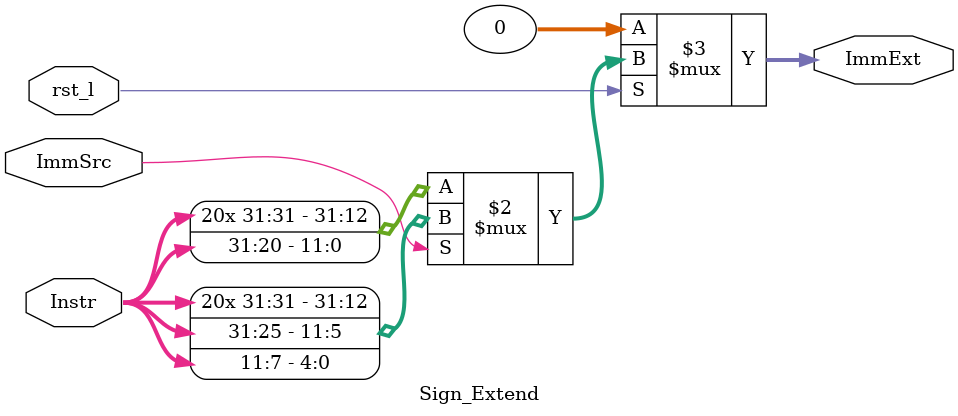
<source format=v>
module Sign_Extend (rst_l,ImmSrc,Instr,ImmExt);
    input rst_l, ImmSrc;
    input [31:0] Instr;
    output [31:0] ImmExt;

    assign ImmExt = (~rst_l) ? 32'h00000000 : ImmSrc ?
                {{20{Instr[31]}},Instr[31:25],Instr[11:7]} :
                {{20{Instr[31]}},Instr[31:20]};

    //assign ImmExt = (~rst_l) ? 32'h00000000 : Instr[11] ? 
                                            //{20{1'b1},Instr} :
                                            //{20{1'b0},Instr};

    //assign ImmExt = (~rst_l) ? 32'h00000000 : Instr[11] ? 
                                            //{20'hFFFFF',Instr} :
                                            //{20'h00000,Instr};    
endmodule
</source>
